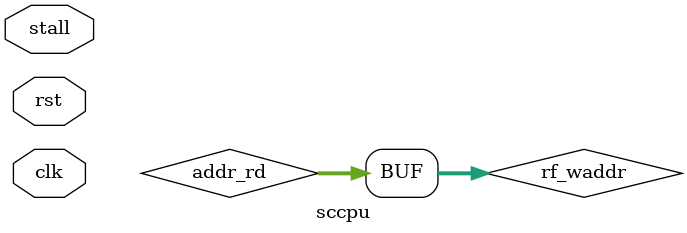
<source format=sv>
`include "def.sv"

module sccpu (
    input clk, rst,
    input stall
);

    // IF

    wire pc_jmp, pc_rel;
    wire [31:0] pc_cur, pc_nxt;

    pc pc0(
        .clk(clk), .rst(rst), .stall(stall),
        .cur(pc_cur),
        .jmp(pc_jmp), .rel(pc_rel),
        .nxt(pc_nxt)
    );

    wire [31:0] instr;

    imem imem0(
        // .clk(clk), .rst(rst),
        .addr(pc_cur), .rdata(instr)
    );

    wire [6:0] opcode; wire [2:0] funct3; wire [6:0] funct7;
    wire [4:0] addr_rs1, addr_rs2, addr_rd;
    wire [4:0] imm5; wire [6:0] imm7; wire [11:0] imm12; wire [19:0] imm20;
    wire [31:0] imm_i, imm_s, imm_b, imm_u, imm_j;
    wire load, store, branch, jalr, jal, auipc, lui, op, op_imm, system;

    // ID

    dec dec0(
        .instr(instr),
        .opcode(opcode), .funct3(funct3), .funct7(funct7),
        .rs1(addr_rs1), .rs2(addr_rs2), .rd(addr_rd),
        .imm5(imm5), .imm7(imm7), .imm12(imm12), .imm20(imm20),
        .imm_i(imm_i), .imm_s(imm_s), .imm_b(imm_b), .imm_u(imm_u), .imm_j(imm_j),
        .load(load), .store(store), .branch(branch), .jalr(jalr), .jal(jal), .auipc(auipc), .lui(lui), .op_imm(op_imm), .op(op), .system(system)
    );


    wire [31:0] rf_rdata_rs1, rf_rdata_rs2;
    reg rf_wen; reg [4:0] rf_waddr; reg [31:0] rf_wdata;

    regfile rf0(
        .clk(clk), .rst(rst),
        .raddr1(addr_rs1), .raddr2(addr_rs2), .rdata1(rf_rdata_rs1), .rdata2(rf_rdata_rs2),
        .wen(rf_wen), .waddr(rf_waddr), .wdata(rf_wdata)
    );

    // EX

    wire [31:0] alu_a, alu_b, alu_t;
    assign alu_a = rf_rdata_rs1;
    assign alu_b = op_imm ? imm_i : rf_rdata_rs2;

    alu alu0(
        .op(op), .op_imm(op_imm),
        .funct3(funct3), .funct7(funct7),
        .a(alu_a), .b(alu_b), .t(alu_t)
    );

    wire [31:0] mem_addr, dmem_data_out;
    assign mem_addr = load ? rf_rdata_rs1 + imm_i: rf_rdata_rs1 + imm_s;

    mmio mmio0(
        .clk(clk), .rst(rst), .load(load), .store(store),
        .access(funct3), .addr(mem_addr), .data_in(rf_rdata_rs2), .data_out(dmem_data_out)
    );

    wire branch_taken;

    branch br0(
        .branch(branch), .funct3(funct3),
        .rs1(alu_a), .rs2(alu_b),
        .taken(branch_taken)
    );

    wire [31:0] addr_br, addr_jal, addr_jalr,
                addr_br_tgt, addr_jal_tgt, addr_jalr_tgt;
    assign addr_br   = imm_b;
    assign addr_jal  = imm_j;
    assign addr_jalr = rf_rdata_rs1 + imm_i;
    assign addr_br_tgt   = pc_cur + imm_b;
    assign addr_jal_tgt  = pc_cur + imm_j;
    assign addr_jalr_tgt = rf_rdata_rs1 + imm_i;
    assign pc_jmp = branch_taken | jal | jalr;
    assign pc_rel = branch_taken | jal;
    assign pc_nxt = jal ? addr_jal
                  : branch_taken ? addr_br
                  : jalr ? addr_jalr
                  : 32'b0;
    // always_comb begin
    //     pc_nxt = 32'b0;
    //     if (branch_taken) begin
    //         pc_nxt = addr_br;
    //     end else if (jalr) begin
    //         pc_nxt = addr_jalr;
    //     end else if (jal) begin
    //         pc_nxt = addr_jal;
    //     end else begin
    //         pc_nxt = 32'b0;
    //     end
    // end

    // MEM

    wire [31:0] addr_ld, addr_st;
    assign addr_ld = rf_rdata_rs1 + imm_i;
    assign addr_st = rf_rdata_rs1 + imm_s;

    // WB


    wire [31:0] res_auipc;
    assign rf_waddr = addr_rd;
    assign res_auipc = pc_cur[31:0] + imm_u[31:0];

    always_comb begin
        rf_wen = 1;
        if (auipc) begin
            rf_wdata = res_auipc;
        end else if (jal | jalr) begin
            rf_wdata = pc_cur + 4;
        end else if (load) begin
            rf_wdata[31:0] = dmem_data_out[31:0];
            //rf_wdata = 32'b0;
        end else if (lui) begin
            rf_wdata = imm_u;
        end else if (op | op_imm) begin
            rf_wdata = alu_t;
        end else begin
            rf_wen = 0;
            rf_wdata = 32'b0;
        end
    end

endmodule

</source>
